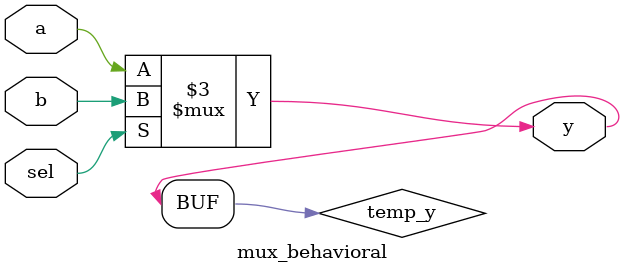
<source format=v>
module mux_behavioral(input a, b, sel,
                    output y);

    reg temp_y;

    always @(*) begin
        if (sel)
            temp_y = b;
        else
            temp_y = a;
    end

    assign y = temp_y;

endmodule
</source>
